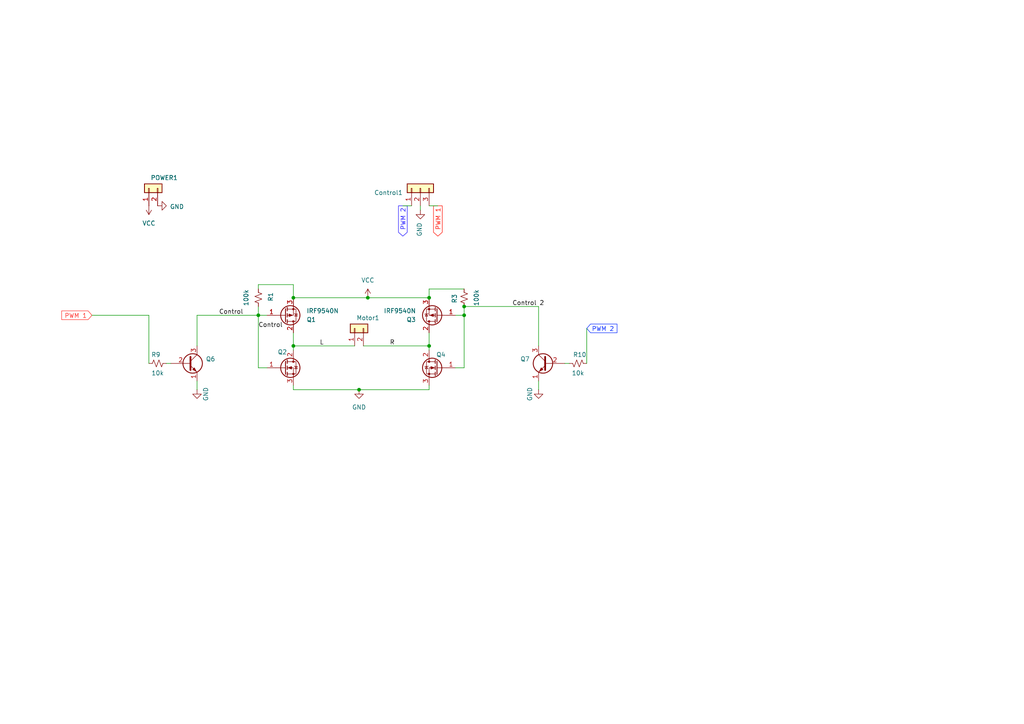
<source format=kicad_sch>
(kicad_sch (version 20231120) (generator "eeschema") (generator_version "8.0")
  (paper "A4")
  (lib_symbols
    (symbol "Connector_Generic:Conn_01x02" (pin_names (offset 1.016) hide)
      (property "Reference" "J" (at 0 2.54 0))
      (property "Value" "Conn_01x02" (at 0 -5.08 0))
      (symbol "Conn_01x02_1_1"
        (rectangle (start -1.27 -2.413) (end 0 -2.667) (stroke (width 0.1524)))
        (rectangle (start -1.27 0.127) (end 0 -0.127) (stroke (width 0.1524)))
        (rectangle (start -1.27 1.27) (end 1.27 -3.81) (stroke (width 0.254)) (fill (type background)))
        (pin passive line (at -5.08 0 0) (length 3.81) (name "Pin_1") (number "1"))
        (pin passive line (at -5.08 -2.54 0) (length 3.81) (name "Pin_2") (number "2"))
      )
    )
    (symbol "Connector_Generic:Conn_01x03" (pin_names (offset 1.016) hide)
      (property "Reference" "J" (at 0 5.08 0))
      (property "Value" "Conn_01x03" (at 0 -5.08 0))
      (symbol "Conn_01x03_1_1"
        (rectangle (start -1.27 -2.413) (end 0 -2.667) (stroke (width 0.1524)))
        (rectangle (start -1.27 0.127) (end 0 -0.127) (stroke (width 0.1524)))
        (rectangle (start -1.27 2.667) (end 0 2.413) (stroke (width 0.1524)))
        (rectangle (start -1.27 3.81) (end 1.27 -3.81) (stroke (width 0.254)) (fill (type background)))
        (pin passive line (at -5.08 2.54 0) (length 3.81) (name "Pin_1") (number "1"))
        (pin passive line (at -5.08 0 0) (length 3.81) (name "Pin_2") (number "2"))
        (pin passive line (at -5.08 -2.54 0) (length 3.81) (name "Pin_3") (number "3"))
      )
    )
    (symbol "Device:R_Small_US" (pin_numbers hide) (pin_names (offset 0.254) hide)
      (property "Reference" "R" (at 0.762 0.508 0))
      (property "Value" "R_Small_US" (at 0.762 -1.016 0))
      (symbol "R_Small_US_1_1"
        (polyline (pts (xy 0 0) (xy 1.016 -0.381) (xy 0 -0.762) (xy -1.016 -1.143) (xy 0 -1.524)))
        (polyline (pts (xy 0 1.524) (xy 1.016 1.143) (xy 0 0.762) (xy -1.016 0.381) (xy 0 0)))
        (pin passive line (at 0 2.54 270) (length 1.016) (name "~") (number "1"))
        (pin passive line (at 0 -2.54 90) (length 1.016) (name "~") (number "2"))
      )
    )
    (symbol "Transistor_BJT:2N3904" (pin_names (offset 0) hide)
      (property "Reference" "Q" (at 5.08 1.905 0))
      (property "Value" "2N3904" (at 5.08 0 0))
      (symbol "2N3904_0_1"
        (polyline (pts (xy 0.635 0.635) (xy 2.54 2.54)))
        (polyline (pts (xy 0.635 -0.635) (xy 2.54 -2.54) (xy 2.54 -2.54)))
        (polyline (pts (xy 0.635 1.905) (xy 0.635 -1.905) (xy 0.635 -1.905)) (stroke (width 0.508)))
        (polyline (pts (xy 1.27 -1.778) (xy 1.778 -1.27) (xy 2.286 -2.286) (xy 1.27 -1.778) (xy 1.27 -1.778)) (fill (type outline)))
        (circle (center 1.27 0) (radius 2.8194) (stroke (width 0.254)))
      )
      (symbol "2N3904_1_1"
        (pin passive line (at 2.54 -5.08 90) (length 2.54) (name "E") (number "1"))
        (pin passive line (at -5.08 0 0) (length 5.715) (name "B") (number "2"))
        (pin passive line (at 2.54 5.08 270) (length 2.54) (name "C") (number "3"))
      )
    )
    (symbol "Transistor_FET:IRF540N" (pin_names hide)
      (property "Reference" "Q" (at 5.08 1.905 0))
      (property "Value" "IRF540N" (at 5.08 0 0))
      (symbol "IRF540N_0_1"
        (polyline (pts (xy 0.254 0) (xy -2.54 0)))
        (polyline (pts (xy 0.254 1.905) (xy 0.254 -1.905)) (stroke (width 0.254)))
        (polyline (pts (xy 0.762 -1.27) (xy 0.762 -2.286)) (stroke (width 0.254)))
        (polyline (pts (xy 0.762 0.508) (xy 0.762 -0.508)) (stroke (width 0.254)))
        (polyline (pts (xy 0.762 2.286) (xy 0.762 1.27)) (stroke (width 0.254)))
        (polyline (pts (xy 2.54 2.54) (xy 2.54 1.778)))
        (polyline (pts (xy 2.54 -2.54) (xy 2.54 0) (xy 0.762 0)))
        (polyline (pts (xy 0.762 -1.778) (xy 3.302 -1.778) (xy 3.302 1.778) (xy 0.762 1.778)))
        (polyline (pts (xy 1.016 0) (xy 2.032 0.381) (xy 2.032 -0.381) (xy 1.016 0)) (fill (type outline)))
        (polyline (pts (xy 2.794 0.508) (xy 2.921 0.381) (xy 3.683 0.381) (xy 3.81 0.254)))
        (polyline (pts (xy 3.302 0.381) (xy 2.921 -0.254) (xy 3.683 -0.254) (xy 3.302 0.381)))
        (circle (center 1.651 0) (radius 2.794) (stroke (width 0.254)))
        (circle (center 2.54 -1.778) (radius 0.254) (fill (type outline)))
        (circle (center 2.54 1.778) (radius 0.254) (fill (type outline)))
      )
      (symbol "IRF540N_1_1"
        (pin input line (at -5.08 0 0) (length 2.54) (name "G") (number "1"))
        (pin passive line (at 2.54 5.08 270) (length 2.54) (name "D") (number "2"))
        (pin passive line (at 2.54 -5.08 90) (length 2.54) (name "S") (number "3"))
      )
    )
    (symbol "Transistor_FET:IRF9540N" (pin_names hide)
      (property "Reference" "Q" (at 5.08 1.905 0))
      (property "Value" "IRF9540N" (at 5.08 0 0))
      (symbol "IRF9540N_0_1"
        (polyline (pts (xy 0.254 0) (xy -2.54 0)))
        (polyline (pts (xy 0.254 1.905) (xy 0.254 -1.905)) (stroke (width 0.254)))
        (polyline (pts (xy 0.762 -1.27) (xy 0.762 -2.286)) (stroke (width 0.254)))
        (polyline (pts (xy 0.762 0.508) (xy 0.762 -0.508)) (stroke (width 0.254)))
        (polyline (pts (xy 0.762 2.286) (xy 0.762 1.27)) (stroke (width 0.254)))
        (polyline (pts (xy 2.54 2.54) (xy 2.54 1.778)))
        (polyline (pts (xy 2.54 -2.54) (xy 2.54 0) (xy 0.762 0)))
        (polyline (pts (xy 0.762 1.778) (xy 3.302 1.778) (xy 3.302 -1.778) (xy 0.762 -1.778)))
        (polyline (pts (xy 2.286 0) (xy 1.27 0.381) (xy 1.27 -0.381) (xy 2.286 0)) (fill (type outline)))
        (polyline (pts (xy 2.794 -0.508) (xy 2.921 -0.381) (xy 3.683 -0.381) (xy 3.81 -0.254)))
        (polyline (pts (xy 3.302 -0.381) (xy 2.921 0.254) (xy 3.683 0.254) (xy 3.302 -0.381)))
        (circle (center 1.651 0) (radius 2.794) (stroke (width 0.254)))
        (circle (center 2.54 -1.778) (radius 0.254) (fill (type outline)))
        (circle (center 2.54 1.778) (radius 0.254) (fill (type outline)))
      )
      (symbol "IRF9540N_1_1"
        (pin input line (at -5.08 0 0) (length 2.54) (name "G") (number "1"))
        (pin passive line (at 2.54 5.08 270) (length 2.54) (name "D") (number "2"))
        (pin passive line (at 2.54 -5.08 90) (length 2.54) (name "S") (number "3"))
      )
    )
    (symbol "power:GND" (power) (pin_numbers hide) (pin_names (offset 0) hide)
      (property "Value" "GND" (at 0 -3.81 0))
      (symbol "GND_0_1"
        (polyline (pts (xy 0 0) (xy 0 -1.27) (xy 1.27 -1.27) (xy 0 -2.54) (xy -1.27 -1.27) (xy 0 -1.27)))
      )
      (symbol "GND_1_1"
        (pin power_in line (at 0 0 270) (length 0) (name "~") (number "1"))
      )
    )
    (symbol "power:VCC" (power) (pin_numbers hide) (pin_names (offset 0) hide)
      (property "Value" "VCC" (at 0 3.556 0))
      (symbol "VCC_0_1"
        (polyline (pts (xy -0.762 1.27) (xy 0 2.54)))
        (polyline (pts (xy 0 0) (xy 0 2.54)))
        (polyline (pts (xy 0 2.54) (xy 0.762 1.27)))
      )
      (symbol "VCC_1_1"
        (pin power_in line (at 0 0 90) (length 0) (name "~") (number "1"))
      )
    )
  )
  (junction (at 85.09 86.36))
  (junction (at 106.68 86.36))
  (junction (at 124.46 86.36))
  (junction (at 85.09 100.33))
  (junction (at 74.93 91.44))
  (junction (at 134.62 91.44))
  (junction (at 124.46 100.33))
  (junction (at 104.14 113.03))
  (junction (at 134.62 88.9))
  (wire (pts (xy 165.1 105.41) (xy 163.83 105.41)))
  (wire (pts (xy 77.47 91.44) (xy 74.93 91.44)))
  (wire (pts (xy 74.93 106.68) (xy 77.47 106.68)))
  (wire (pts (xy 85.09 113.03) (xy 104.14 113.03)))
  (wire (pts (xy 124.46 113.03) (xy 124.46 111.76)))
  (wire (pts (xy 104.14 113.03) (xy 124.46 113.03)))
  (wire (pts (xy 134.62 88.9) (xy 156.21 88.9)))
  (wire (pts (xy 106.68 86.36) (xy 124.46 86.36)))
  (wire (pts (xy 74.93 82.55) (xy 74.93 83.82)))
  (wire (pts (xy 48.26 105.41) (xy 49.53 105.41)))
  (wire (pts (xy 85.09 96.52) (xy 85.09 100.33)))
  (wire (pts (xy 134.62 91.44) (xy 134.62 106.68)))
  (wire (pts (xy 85.09 113.03) (xy 85.09 111.76)))
  (wire (pts (xy 116.84 59.69) (xy 119.38 59.69)))
  (wire (pts (xy 156.21 88.9) (xy 156.21 100.33)))
  (wire (pts (xy 156.21 113.03) (xy 156.21 110.49)))
  (wire (pts (xy 26.67 91.44) (xy 43.18 91.44)))
  (wire (pts (xy 57.15 113.03) (xy 57.15 110.49)))
  (wire (pts (xy 134.62 91.44) (xy 132.08 91.44)))
  (wire (pts (xy 74.93 91.44) (xy 74.93 106.68)))
  (wire (pts (xy 124.46 96.52) (xy 124.46 100.33)))
  (wire (pts (xy 124.46 86.36) (xy 124.46 83.82)))
  (wire (pts (xy 124.46 100.33) (xy 124.46 101.6)))
  (wire (pts (xy 134.62 88.9) (xy 134.62 91.44)))
  (wire (pts (xy 74.93 88.9) (xy 74.93 91.44)))
  (wire (pts (xy 85.09 86.36) (xy 85.09 82.55)))
  (wire (pts (xy 85.09 86.36) (xy 106.68 86.36)))
  (wire (pts (xy 134.62 106.68) (xy 132.08 106.68)))
  (wire (pts (xy 85.09 100.33) (xy 102.87 100.33)))
  (wire (pts (xy 127 59.69) (xy 124.46 59.69)))
  (wire (pts (xy 170.18 95.25) (xy 170.18 105.41)))
  (wire (pts (xy 124.46 83.82) (xy 134.62 83.82)))
  (wire (pts (xy 105.41 100.33) (xy 124.46 100.33)))
  (wire (pts (xy 57.15 100.33) (xy 57.15 91.44)))
  (wire (pts (xy 43.18 91.44) (xy 43.18 105.41)))
  (wire (pts (xy 85.09 82.55) (xy 74.93 82.55)))
  (wire (pts (xy 85.09 100.33) (xy 85.09 101.6)))
  (wire (pts (xy 121.92 60.96) (xy 121.92 59.69)))
  (wire (pts (xy 57.15 91.44) (xy 74.93 91.44)))
  (label "L" (at 92.71 100.33 0))
  (label "R" (at 113.03 100.33 0))
  (label "Control" (at 63.5 91.44 0))
  (label "Control 2" (at 148.59 88.9 0))
  (label "Control" (at 74.93 95.25 0))
  (global_label "PWM 2" (shape input) (at 170.18 95.25 0) (property "Intersheetrefs" "${INTERSHEET_REFS}" (effects (hide yes))))
  (global_label "PWM 1" (shape output) (at 127 59.69 270) (property "Intersheetrefs" "${INTERSHEET_REFS}" (effects (hide yes))))
  (global_label "PWM 1" (shape input) (at 26.67 91.44 180) (property "Intersheetrefs" "${INTERSHEET_REFS}" (effects (hide yes))))
  (global_label "PWM 2" (shape output) (at 116.84 59.69 270) (property "Intersheetrefs" "${INTERSHEET_REFS}" (effects (hide yes))))
  (symbol (lib_id "power:VCC") (at 106.68 86.36 0) (unit 1)
    (property "Reference" "#PWR02" (effects (hide yes)))
    (property "Value" "VCC" (at 106.68 81.28 0))
    (property "Description" "Power symbol creates a global label with name \"VCC\"" (effects (hide yes)))
  )
  (symbol (lib_id "Device:R_Small_US") (at 45.72 105.41 90) (unit 1)
    (property "Reference" "R9" (at 45.212 102.87 90))
    (property "Value" "10k" (at 45.72 108.204 90))
    (property "Footprint" "Resistor_THT:R_Axial_DIN0207_L6.3mm_D2.5mm_P10.16mm_Horizontal" (effects (hide yes)))
    (property "Description" "Resistor, small US symbol" (effects (hide yes)))
  )
  (symbol (lib_id "Transistor_FET:IRF540N") (at 127 106.68 0) (mirror y) (unit 1)
    (property "Reference" "Q4" (at 129.286 102.87 0) (effects (justify left)))
    (property "Value" "IRF540N" (effects (hide yes)))
    (property "Footprint" "Package_TO_SOT_THT:TO-220F-3_Vertical" (effects (hide yes)))
    (property "Datasheet" "http://www.irf.com/product-info/datasheets/data/irf540n.pdf" (effects (hide yes)))
    (property "Description" "33A Id, 100V Vds, HEXFET N-Channel MOSFET, TO-220" (effects (hide yes)))
  )
  (symbol (lib_id "power:VCC") (at 43.18 59.69 180) (unit 1)
    (property "Reference" "#PWR013" (effects (hide yes)))
    (property "Value" "VCC" (at 43.18 64.77 0))
    (property "Description" "Power symbol creates a global label with name \"VCC\"" (effects (hide yes)))
  )
  (symbol (lib_id "Transistor_BJT:2N3904") (at 54.61 105.41 0) (unit 1)
    (property "Reference" "Q6" (at 59.69 104.1399 0) (effects (justify left)))
    (property "Value" "2N3904" (effects (hide yes)))
    (property "Footprint" "Package_TO_SOT_THT:TO-92_Inline_Wide" (effects (hide yes)))
    (property "Datasheet" "https://www.onsemi.com/pub/Collateral/2N3903-D.PDF" (effects (hide yes)))
    (property "Description" "0.2A Ic, 40V Vce, Small Signal NPN Transistor, TO-92" (effects (hide yes)))
  )
  (symbol (lib_id "Device:R_Small_US") (at 167.64 105.41 270) (mirror x) (unit 1)
    (property "Reference" "R10" (at 168.148 102.87 90))
    (property "Value" "10k" (at 167.64 108.204 90))
    (property "Footprint" "Resistor_THT:R_Axial_DIN0207_L6.3mm_D2.5mm_P10.16mm_Horizontal" (effects (hide yes)))
    (property "Description" "Resistor, small US symbol" (effects (hide yes)))
  )
  (symbol (lib_id "Connector_Generic:Conn_01x02") (at 43.18 54.61 90) (unit 1)
    (property "Reference" "POWER1" (at 43.688 51.562 90) (effects (justify right)))
    (property "Value" "Conn_01x02" (effects (hide yes)))
    (property "Footprint" "TerminalBlock:TerminalBlock_bornier-2_P5.08mm" (effects (hide yes)))
    (property "Description" "Generic connector, single row, 01x02, script generated (kicad-library-utils/schlib/autogen/connector/)" (effects (hide yes)))
  )
  (symbol (lib_id "power:GND") (at 104.14 113.03 0) (unit 1)
    (property "Reference" "#PWR01" (effects (hide yes)))
    (property "Value" "GND" (at 104.14 118.11 0))
    (property "Description" "Power symbol creates a global label with name \"GND\" , ground" (effects (hide yes)))
  )
  (symbol (lib_id "power:GND") (at 121.92 60.96 0) (unit 1)
    (property "Reference" "#PWR012" (effects (hide yes)))
    (property "Value" "GND" (at 121.666 64.516 90) (effects (justify right)))
    (property "Description" "Power symbol creates a global label with name \"GND\" , ground" (effects (hide yes)))
  )
  (symbol (lib_id "Connector_Generic:Conn_01x02") (at 102.87 95.25 90) (unit 1)
    (property "Reference" "Motor1" (at 103.378 92.202 90) (effects (justify right)))
    (property "Value" "Conn_01x02" (effects (hide yes)))
    (property "Footprint" "TerminalBlock:TerminalBlock_bornier-2_P5.08mm" (effects (hide yes)))
    (property "Description" "Generic connector, single row, 01x02, script generated (kicad-library-utils/schlib/autogen/connector/)" (effects (hide yes)))
  )
  (symbol (lib_id "Device:R_Small_US") (at 134.62 86.36 180) (unit 1)
    (property "Reference" "R3" (at 131.826 86.614 90))
    (property "Value" "100k" (at 138.176 86.36 90))
    (property "Footprint" "Resistor_THT:R_Axial_DIN0207_L6.3mm_D2.5mm_P10.16mm_Horizontal" (effects (hide yes)))
    (property "Description" "Resistor, small US symbol" (effects (hide yes)))
  )
  (symbol (lib_id "Connector_Generic:Conn_01x03") (at 121.92 54.61 90) (unit 1)
    (property "Reference" "Control1" (at 116.84 55.8801 90) (effects (justify left)))
    (property "Value" "Conn_01x03" (effects (hide yes)))
    (property "Footprint" "Connector_Molex:Molex_KK-254_AE-6410-03A_1x03_P2.54mm_Vertical" (effects (hide yes)))
    (property "Description" "Generic connector, single row, 01x03, script generated (kicad-library-utils/schlib/autogen/connector/)" (effects (hide yes)))
  )
  (symbol (lib_id "power:GND") (at 57.15 113.03 0) (unit 1)
    (property "Reference" "#PWR08" (effects (hide yes)))
    (property "Value" "GND" (at 59.69 112.268 90) (effects (justify right)))
    (property "Description" "Power symbol creates a global label with name \"GND\" , ground" (effects (hide yes)))
  )
  (symbol (lib_id "power:GND") (at 156.21 113.03 0) (mirror y) (unit 1)
    (property "Reference" "#PWR09" (effects (hide yes)))
    (property "Value" "GND" (at 153.67 112.268 90) (effects (justify right)))
    (property "Description" "Power symbol creates a global label with name \"GND\" , ground" (effects (hide yes)))
  )
  (symbol (lib_id "Transistor_FET:IRF9540N") (at 127 91.44 180) (unit 1)
    (property "Reference" "Q3" (at 120.65 92.7101 0) (effects (justify left)))
    (property "Value" "IRF9540N" (at 120.65 90.1701 0) (effects (justify left)))
    (property "Footprint" "Package_TO_SOT_THT:TO-220F-3_Vertical" (effects (hide yes)))
    (property "Datasheet" "http://www.irf.com/product-info/datasheets/data/irf9540n.pdf" (effects (hide yes)))
    (property "Description" "-23A Id, -100V Vds, 117mOhm Rds, P-Channel HEXFET Power MOSFET, TO-220" (effects (hide yes)))
  )
  (symbol (lib_id "Device:R_Small_US") (at 74.93 86.36 0) (unit 1)
    (property "Reference" "R1" (at 78.486 86.106 90))
    (property "Value" "100k" (at 71.374 86.36 90))
    (property "Footprint" "Resistor_THT:R_Axial_DIN0207_L6.3mm_D2.5mm_P10.16mm_Horizontal" (effects (hide yes)))
    (property "Description" "Resistor, small US symbol" (effects (hide yes)))
  )
  (symbol (lib_id "power:GND") (at 45.72 59.69 90) (unit 1)
    (property "Reference" "#PWR014" (effects (hide yes)))
    (property "Value" "GND" (at 49.276 59.944 90) (effects (justify right)))
    (property "Description" "Power symbol creates a global label with name \"GND\" , ground" (effects (hide yes)))
  )
  (symbol (lib_id "Transistor_FET:IRF9540N") (at 82.55 91.44 0) (mirror x) (unit 1)
    (property "Reference" "Q1" (at 88.9 92.7101 0) (effects (justify left)))
    (property "Value" "IRF9540N" (at 88.9 90.1701 0) (effects (justify left)))
    (property "Footprint" "Package_TO_SOT_THT:TO-220F-3_Vertical" (effects (hide yes)))
    (property "Datasheet" "http://www.irf.com/product-info/datasheets/data/irf9540n.pdf" (effects (hide yes)))
    (property "Description" "-23A Id, -100V Vds, 117mOhm Rds, P-Channel HEXFET Power MOSFET, TO-220" (effects (hide yes)))
  )
  (symbol (lib_id "Transistor_FET:IRF540N") (at 82.55 106.68 0) (unit 1)
    (property "Reference" "Q2" (at 80.518 102.108 0) (effects (justify left)))
    (property "Value" "IRF540N" (effects (hide yes)))
    (property "Footprint" "Package_TO_SOT_THT:TO-220F-3_Vertical" (effects (hide yes)))
    (property "Datasheet" "http://www.irf.com/product-info/datasheets/data/irf540n.pdf" (effects (hide yes)))
    (property "Description" "33A Id, 100V Vds, HEXFET N-Channel MOSFET, TO-220" (effects (hide yes)))
  )
  (symbol (lib_id "Transistor_BJT:2N3904") (at 158.75 105.41 0) (mirror y) (unit 1)
    (property "Reference" "Q7" (at 153.67 104.1399 0) (effects (justify left)))
    (property "Value" "2N3904" (effects (hide yes)))
    (property "Footprint" "Package_TO_SOT_THT:TO-92_Inline_Wide" (effects (hide yes)))
    (property "Datasheet" "https://www.onsemi.com/pub/Collateral/2N3903-D.PDF" (effects (hide yes)))
    (property "Description" "0.2A Ic, 40V Vce, Small Signal NPN Transistor, TO-92" (effects (hide yes)))
  )
)
</source>
